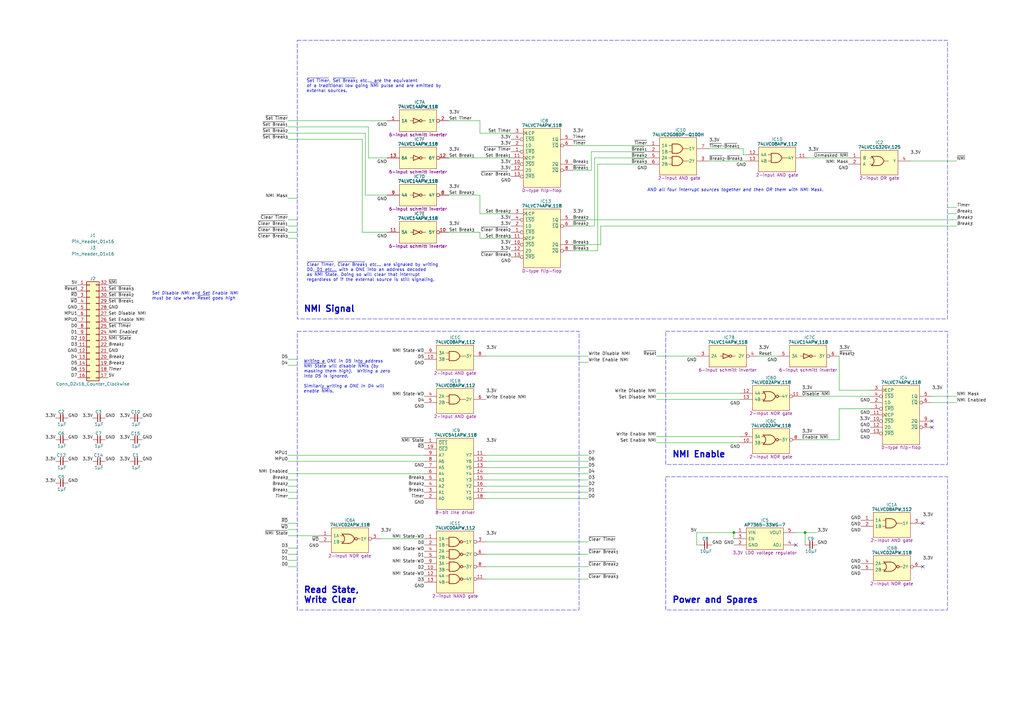
<source format=kicad_sch>
(kicad_sch (version 20230121) (generator eeschema)
  (paper "A3")
  (title_block (title "MPU NMI") (date "2024-02-22") (rev "V1"))
  (lib_symbols
    (symbol "Connector_Generic:Conn_02x16_Counter_Clockwise" (pin_names (offset 1.016) hide)
      (property "Reference" "J" (at 1.27 20.32 0))
      (property "Value" "Conn_02x16_Counter_Clockwise" (at 1.27 -22.86 0))
      (symbol "Conn_02x16_Counter_Clockwise_1_1"
        (pin passive line (at -5.08 17.78 0) (length 3.81) (name "Pin_1") (number "1"))
        (pin passive line (at -5.08 -5.08 0) (length 3.81) (name "Pin_10") (number "10"))
        (pin passive line (at -5.08 -7.62 0) (length 3.81) (name "Pin_11") (number "11"))
        (pin passive line (at -5.08 -10.16 0) (length 3.81) (name "Pin_12") (number "12"))
        (pin passive line (at -5.08 -12.7 0) (length 3.81) (name "Pin_13") (number "13"))
        (pin passive line (at -5.08 -15.24 0) (length 3.81) (name "Pin_14") (number "14"))
        (pin passive line (at -5.08 -17.78 0) (length 3.81) (name "Pin_15") (number "15"))
        (pin passive line (at -5.08 -20.32 0) (length 3.81) (name "Pin_16") (number "16"))
        (pin passive line (at 7.62 -20.32 180) (length 3.81) (name "Pin_17") (number "17"))
        (pin passive line (at 7.62 -17.78 180) (length 3.81) (name "Pin_18") (number "18"))
        (pin passive line (at 7.62 -15.24 180) (length 3.81) (name "Pin_19") (number "19"))
        (pin passive line (at -5.08 15.24 0) (length 3.81) (name "Pin_2") (number "2"))
        (pin passive line (at 7.62 -12.7 180) (length 3.81) (name "Pin_20") (number "20"))
        (pin passive line (at 7.62 -10.16 180) (length 3.81) (name "Pin_21") (number "21"))
        (pin passive line (at 7.62 -7.62 180) (length 3.81) (name "Pin_22") (number "22"))
        (pin passive line (at 7.62 -5.08 180) (length 3.81) (name "Pin_23") (number "23"))
        (pin passive line (at 7.62 -2.54 180) (length 3.81) (name "Pin_24") (number "24"))
        (pin passive line (at 7.62 0 180) (length 3.81) (name "Pin_25") (number "25"))
        (pin passive line (at 7.62 2.54 180) (length 3.81) (name "Pin_26") (number "26"))
        (pin passive line (at 7.62 5.08 180) (length 3.81) (name "Pin_27") (number "27"))
        (pin passive line (at 7.62 7.62 180) (length 3.81) (name "Pin_28") (number "28"))
        (pin passive line (at 7.62 10.16 180) (length 3.81) (name "Pin_29") (number "29"))
        (pin passive line (at -5.08 12.7 0) (length 3.81) (name "Pin_3") (number "3"))
        (pin passive line (at 7.62 12.7 180) (length 3.81) (name "Pin_30") (number "30"))
        (pin passive line (at 7.62 15.24 180) (length 3.81) (name "Pin_31") (number "31"))
        (pin passive line (at 7.62 17.78 180) (length 3.81) (name "Pin_32") (number "32"))
        (pin passive line (at -5.08 10.16 0) (length 3.81) (name "Pin_4") (number "4"))
        (pin passive line (at -5.08 7.62 0) (length 3.81) (name "Pin_5") (number "5"))
        (pin passive line (at -5.08 5.08 0) (length 3.81) (name "Pin_6") (number "6"))
        (pin passive line (at -5.08 2.54 0) (length 3.81) (name "Pin_7") (number "7"))
        (pin passive line (at -5.08 0 0) (length 3.81) (name "Pin_8") (number "8"))
        (pin passive line (at -5.08 -2.54 0) (length 3.81) (name "Pin_9") (number "9"))
      )
    )
    (symbol "Diodes_Inc:AP7365-33WG-7" (pin_names (offset 0.762))
      (property "Reference" "IC" (at 12.7 5.08 0))
      (property "Value" "AP7365-33WG-7" (at 12.7 3.175 0))
      (property "Description" "3.3V LDO voltage regulator" (at 12.7 -8.255 0))
      (symbol "AP7365-33WG-7_0_0"
        (pin passive line (at 0 0 0) (length 5.08) (name "VIN") (number "1"))
        (pin passive line (at 0 -5.08 0) (length 5.08) (name "GND") (number "2"))
        (pin input line (at 0 -2.54 0) (length 5.08) (name "EN") (number "3"))
        (pin passive line (at 25.4 -5.08 180) (length 5.08) (name "ADJ") (number "4"))
        (pin passive line (at 25.4 0 180) (length 5.08) (name "VOUT") (number "5"))
      )
    )
    (symbol "HCP65:C_0805" (pin_numbers hide) (pin_names (offset 0.254) hide)
      (property "Reference" "C" (at 2.286 2.54 0))
      (property "Value" "?μF" (at 2.54 -2.54 0))
      (symbol "C_0805_1_1"
        (pin passive line (at 0 0 0) (length 2.032) (name "~") (number "1"))
        (pin passive line (at 5.08 0 180) (length 2.032) (name "~") (number "2"))
      )
    )
    (symbol "HCP65:Pin_Header_01x16" (pin_names (offset 1.016) hide)
      (property "Reference" "J" (at 0 1.27 0))
      (property "Value" "Pin_Header_01x16" (at 0 -1.27 0))
    )
    (symbol "Nexperia:74LVC00APW,112" (pin_names (offset 0.762))
      (property "Reference" "IC" (at 12.7 6.35 0))
      (property "Value" "74LVC00APW,112" (at 12.7 4.445 0))
      (property "Description" "2-input NAND gate" (at 12.7 -23.495 0))
      (symbol "74LVC00APW,112_0_0"
        (pin input line (at 0 0 0) (length 5.08) (name "1A") (number "1"))
        (pin input line (at 0 -12.7 0) (length 5.08) (name "3B") (number "10"))
        (pin output inverted (at 25.4 -16.51 180) (length 5.08) (name "4Y") (number "11"))
        (pin input line (at 0 -15.24 0) (length 5.08) (name "4A") (number "12"))
        (pin input line (at 0 -17.78 0) (length 5.08) (name "4B") (number "13"))
        (pin passive line (at 25.4 1.27 180) (length 5.08) hide (name "3V") (number "14"))
        (pin input line (at 0 -2.54 0) (length 5.08) (name "1B") (number "2"))
        (pin output inverted (at 25.4 -1.27 180) (length 5.08) (name "1Y") (number "3"))
        (pin input line (at 0 -5.08 0) (length 5.08) (name "2A") (number "4"))
        (pin input line (at 0 -7.62 0) (length 5.08) (name "2B") (number "5"))
        (pin output inverted (at 25.4 -6.35 180) (length 5.08) (name "2Y") (number "6"))
        (pin passive line (at 0 -20.32 0) (length 5.08) hide (name "GND") (number "7"))
        (pin output inverted (at 25.4 -11.43 180) (length 5.08) (name "3Y") (number "8"))
        (pin input line (at 0 -10.16 0) (length 5.08) (name "3A") (number "9"))
      )
    )
    (symbol "Nexperia:74LVC02APW,118_Multi" (pin_names (offset 0.762))
      (property "Reference" "IC" (at 12.7 6.35 0))
      (property "Value" "74LVC02APW,118" (at 12.7 4.445 0))
      (property "Description" "2-Input NOR gate" (at 12.7 -8.255 0))
      (symbol "74LVC02APW,118_Multi_0_0"
        (pin passive line (at 25.4 1.27 180) (length 5.08) hide (name "3V") (number "14"))
        (pin passive line (at 0 -5.08 0) (length 5.08) hide (name "GND") (number "7"))
      )
      (symbol "74LVC02APW,118_Multi_1_0"
        (pin input line (at 0 0 0) (length 5.08) (name "1A") (number "1"))
        (pin input line (at 0 -2.54 0) (length 5.08) (name "1B") (number "2"))
        (pin output inverted (at 25.4 -1.27 180) (length 5.08) (name "1Y") (number "3"))
      )
      (symbol "74LVC02APW,118_Multi_2_0"
        (pin input line (at 0 0 0) (length 5.08) (name "2A") (number "4"))
        (pin input line (at 0 -2.54 0) (length 5.08) (name "2B") (number "5"))
        (pin output inverted (at 25.4 -1.27 180) (length 5.08) (name "2Y") (number "6"))
      )
      (symbol "74LVC02APW,118_Multi_3_0"
        (pin input line (at 0 -2.54 0) (length 5.08) (name "3B") (number "10"))
        (pin output inverted (at 25.4 -1.27 180) (length 5.08) (name "3Y") (number "8"))
        (pin input line (at 0 0 0) (length 5.08) (name "3A") (number "9"))
      )
      (symbol "74LVC02APW,118_Multi_4_0"
        (pin output inverted (at 25.4 -1.27 180) (length 5.08) (name "4Y") (number "11"))
        (pin input line (at 0 0 0) (length 5.08) (name "4A") (number "12"))
        (pin input line (at 0 -2.54 0) (length 5.08) (name "4B") (number "13"))
      )
    )
    (symbol "Nexperia:74LVC08APW,112_Multi" (pin_names (offset 0.762))
      (property "Reference" "IC" (at 12.7 6.35 0))
      (property "Value" "74LVC08APW,112" (at 12.7 4.445 0))
      (property "Description" "2-input AND gate" (at 12.7 -8.255 0))
      (symbol "74LVC08APW,112_Multi_0_0"
        (pin passive line (at 25.4 1.27 180) (length 5.08) hide (name "3V") (number "14"))
        (pin passive line (at 0 -5.08 0) (length 5.08) hide (name "GND") (number "7"))
      )
      (symbol "74LVC08APW,112_Multi_1_0"
        (pin input line (at 0 0 0) (length 5.08) (name "1A") (number "1"))
        (pin input line (at 0 -2.54 0) (length 5.08) (name "1B") (number "2"))
        (pin passive line (at 25.4 -1.27 180) (length 5.08) (name "1Y") (number "3"))
      )
      (symbol "74LVC08APW,112_Multi_2_0"
        (pin input line (at 0 0 0) (length 5.08) (name "2A") (number "4"))
        (pin input line (at 0 -2.54 0) (length 5.08) (name "2B") (number "5"))
        (pin output line (at 25.4 -1.27 180) (length 5.08) (name "2Y") (number "6"))
      )
      (symbol "74LVC08APW,112_Multi_3_0"
        (pin input line (at 0 -2.54 0) (length 5.08) (name "3B") (number "10"))
        (pin output line (at 25.4 -1.27 180) (length 5.08) (name "3Y") (number "8"))
        (pin input line (at 0 0 0) (length 5.08) (name "3A") (number "9"))
      )
      (symbol "74LVC08APW,112_Multi_4_0"
        (pin output line (at 25.4 -1.27 180) (length 5.08) (name "4Y") (number "11"))
        (pin input line (at 0 0 0) (length 5.08) (name "4A") (number "12"))
        (pin input line (at 0 -2.54 0) (length 5.08) (name "4B") (number "13"))
      )
    )
    (symbol "Nexperia:74LVC14APW,118_Multi" (pin_names (offset 0.762))
      (property "Reference" "IC" (at 13.335 7.62 0))
      (property "Value" "74LVC14APW,118" (at 12.7 5.715 0))
      (property "Description" "6-input schmitt inverter" (at 12.7 -5.715 0))
      (symbol "74LVC14APW,118_Multi_0_0"
        (pin passive line (at 25.4 2.54 180) (length 5.08) hide (name "3V") (number "14"))
        (pin passive line (at 0 -2.54 0) (length 5.08) hide (name "GND") (number "7"))
      )
      (symbol "74LVC14APW,118_Multi_1_0"
        (pin input line (at 0 0 0) (length 5.08) (name "1A") (number "1"))
        (pin output inverted (at 25.4 0 180) (length 5.08) (name "1Y") (number "2"))
      )
      (symbol "74LVC14APW,118_Multi_2_0"
        (pin input line (at 0 0 0) (length 5.08) (name "2A") (number "3"))
        (pin output inverted (at 25.4 0 180) (length 5.08) (name "2Y") (number "4"))
      )
      (symbol "74LVC14APW,118_Multi_3_0"
        (pin input line (at 0 0 0) (length 5.08) (name "3A") (number "5"))
        (pin output inverted (at 25.4 0 180) (length 5.08) (name "3Y") (number "6"))
      )
      (symbol "74LVC14APW,118_Multi_4_0"
        (pin output inverted (at 25.4 0 180) (length 5.08) (name "4Y") (number "8"))
        (pin input line (at 0 0 0) (length 5.08) (name "4A") (number "9"))
      )
      (symbol "74LVC14APW,118_Multi_5_0"
        (pin output inverted (at 25.4 0 180) (length 5.08) (name "5Y") (number "10"))
        (pin input line (at 0 0 0) (length 5.08) (name "5A") (number "11"))
      )
      (symbol "74LVC14APW,118_Multi_6_0"
        (pin output inverted (at 25.4 0 180) (length 5.08) (name "6Y") (number "12"))
        (pin input line (at 0 0 0) (length 5.08) (name "6A") (number "13"))
      )
    )
    (symbol "Nexperia:74LVC1G32GV,125" (pin_names (offset 0.762))
      (property "Reference" "IC" (at 12.7 6.35 0))
      (property "Value" "74LVC1G32GV,125" (at 12.7 4.445 0))
      (property "Description" "2-input OR gate" (at 12.7 -8.255 0))
      (symbol "74LVC1G32GV,125_0_0"
        (pin input line (at 0 0 0) (length 5.08) (name "B") (number "1"))
        (pin input line (at 0 -2.54 0) (length 5.08) (name "A") (number "2"))
        (pin passive line (at 0 -5.08 0) (length 5.08) hide (name "GND") (number "3"))
        (pin output line (at 25.4 -1.27 180) (length 5.08) (name "Y") (number "4"))
        (pin passive line (at 25.4 1.27 180) (length 5.08) hide (name "3V") (number "5"))
      )
    )
    (symbol "Nexperia:74LVC2G08DP-Q100H" (pin_names (offset 0.762))
      (property "Reference" "IC" (at 11.43 6.35 0))
      (property "Value" "74LVC2G08DP-Q100H" (at 12.7 4.445 0))
      (property "Description" "2-input AND gate" (at 4.445 -13.335 0))
      (symbol "74LVC2G08DP-Q100H_0_0"
        (pin input line (at 0 0 0) (length 5.08) (name "1A") (number "1"))
        (pin input line (at 0 -2.54 0) (length 5.08) (name "1B") (number "2"))
        (pin output line (at 25.4 -6.35 180) (length 5.08) (name "2Y") (number "3"))
        (pin passive line (at 0 -10.16 0) (length 5.08) hide (name "GND") (number "4"))
        (pin input line (at 0 -5.08 0) (length 5.08) (name "2A") (number "5"))
        (pin input line (at 0 -7.62 0) (length 5.08) (name "2B") (number "6"))
        (pin output line (at 25.4 -1.27 180) (length 5.08) (name "1Y") (number "7"))
        (pin passive line (at 25.4 1.27 180) (length 5.08) hide (name "3V") (number "8"))
      )
    )
    (symbol "Nexperia:74LVC541APW,118" (pin_names (offset 0.762))
      (property "Reference" "IC" (at 11.43 5.08 0))
      (property "Value" "74LVC541APW,118" (at 3.81 3.175 0))
      (property "Description" "8-bit line driver" (at 12.7 -28.575 0))
      (symbol "74LVC541APW,118_0_0"
        (pin input line (at 0 0 0) (length 5.08) (name "~{OE1}") (number "1"))
        (pin passive line (at 0 -25.4 0) (length 5.08) hide (name "GND") (number "10"))
        (pin tri_state line (at 25.4 -5.08 180) (length 5.08) (name "Y7") (number "11"))
        (pin tri_state line (at 25.4 -7.62 180) (length 5.08) (name "Y6") (number "12"))
        (pin tri_state line (at 25.4 -10.16 180) (length 5.08) (name "Y5") (number "13"))
        (pin tri_state line (at 25.4 -12.7 180) (length 5.08) (name "Y4") (number "14"))
        (pin tri_state line (at 25.4 -15.24 180) (length 5.08) (name "Y3") (number "15"))
        (pin tri_state line (at 25.4 -17.78 180) (length 5.08) (name "Y2") (number "16"))
        (pin tri_state line (at 25.4 -20.32 180) (length 5.08) (name "Y1") (number "17"))
        (pin tri_state line (at 25.4 -22.86 180) (length 5.08) (name "Y0") (number "18"))
        (pin input line (at 0 -2.54 0) (length 5.08) (name "~{OE2}") (number "19"))
        (pin input line (at 0 -22.86 0) (length 5.08) (name "A0") (number "2"))
        (pin passive line (at 25.4 0 180) (length 5.08) hide (name "3V") (number "20"))
        (pin input line (at 0 -20.32 0) (length 5.08) (name "A1") (number "3"))
        (pin input line (at 0 -17.78 0) (length 5.08) (name "A2") (number "4"))
        (pin input line (at 0 -15.24 0) (length 5.08) (name "A3") (number "5"))
        (pin input line (at 0 -12.7 0) (length 5.08) (name "A4") (number "6"))
        (pin input line (at 0 -10.16 0) (length 5.08) (name "A5") (number "7"))
        (pin input line (at 0 -7.62 0) (length 5.08) (name "A6") (number "8"))
        (pin input line (at 0 -5.08 0) (length 5.08) (name "A7") (number "9"))
      )
    )
    (symbol "Nexperia:74LVC74APW,118" (pin_names (offset 0.762))
      (property "Reference" "IC" (at 12.065 5.08 0))
      (property "Value" "74LVC74APW,118" (at 12.7 3.175 0))
      (property "Description" "D-type flip-flop" (at 12.7 -23.495 0))
      (symbol "74LVC74APW,118_0_0"
        (pin input inverted (at 0 -7.62 0) (length 5.08) (name "~{1RD}") (number "1"))
        (pin input inverted (at 0 -12.7 0) (length 5.08) (name "~{2SD}") (number "10"))
        (pin input clock (at 0 -10.16 0) (length 5.08) (name "2CP") (number "11"))
        (pin input line (at 0 -15.24 0) (length 5.08) (name "2D") (number "12"))
        (pin input inverted (at 0 -17.78 0) (length 5.08) (name "~{2RD}") (number "13"))
        (pin passive line (at 25.4 0 180) (length 5.08) hide (name "3V") (number "14"))
        (pin input line (at 0 -5.08 0) (length 5.08) (name "1D") (number "2"))
        (pin input clock (at 0 0 0) (length 5.08) (name "1CP") (number "3"))
        (pin input inverted (at 0 -2.54 0) (length 5.08) (name "~{1SD}") (number "4"))
        (pin output line (at 25.4 -2.54 180) (length 5.08) (name "1Q") (number "5"))
        (pin output inverted (at 25.4 -5.08 180) (length 5.08) (name "~{1Q}") (number "6"))
        (pin passive line (at 0 -20.32 0) (length 5.08) hide (name "GND") (number "7"))
        (pin output inverted (at 25.4 -15.24 180) (length 5.08) (name "~{2Q}") (number "8"))
        (pin output line (at 25.4 -12.7 180) (length 5.08) (name "2Q") (number "9"))
      )
    )
  )
  (junction (at 300.99 218.44))
  (junction (at 330.2 218.44))
  (no_connect (at 326.39 223.52))
  (no_connect (at 382.27 175.26))
  (no_connect (at 378.46 232.41))
  (no_connect (at 382.27 172.72))
  (no_connect (at 378.46 214.63))
  (wire (pts (xy 304.8 60.96) (xy 290.83 60.96)))
  (wire (pts (xy 121.92 204.47) (xy 118.11 204.47)))
  (wire (pts (xy 151.13 52.07) (xy 151.13 64.77)))
  (wire (pts (xy 118.11 194.31) (xy 173.99 194.31)))
  (wire (pts (xy 269.24 161.29) (xy 303.53 161.29)))
  (wire (pts (xy 184.15 80.01) (xy 196.85 80.01)))
  (wire (pts (xy 118.11 97.79) (xy 121.92 97.79)))
  (wire (pts (xy 241.3 189.23) (xy 199.39 189.23)))
  (wire (pts (xy 241.3 201.93) (xy 199.39 201.93)))
  (wire (pts (xy 243.84 64.77) (xy 243.84 92.71)))
  (wire (pts (xy 328.93 162.56) (xy 356.87 162.56)))
  (wire (pts (xy 118.11 49.53) (xy 158.75 49.53)))
  (wire (pts (xy 330.2 223.52) (xy 330.2 218.44)))
  (wire (pts (xy 118.11 189.23) (xy 173.99 189.23)))
  (wire (pts (xy 265.43 62.23) (xy 242.57 62.23)))
  (wire (pts (xy 241.3 186.69) (xy 199.39 186.69)))
  (wire (pts (xy 269.24 181.61) (xy 303.53 181.61)))
  (wire (pts (xy 246.38 100.33) (xy 234.95 100.33)))
  (wire (pts (xy 196.85 49.53) (xy 196.85 54.61)))
  (wire (pts (xy 121.92 196.85) (xy 118.11 196.85)))
  (wire (pts (xy 306.07 63.5) (xy 304.8 63.5)))
  (wire (pts (xy 234.95 92.71) (xy 243.84 92.71)))
  (wire (pts (xy 269.24 146.05) (xy 285.75 146.05)))
  (wire (pts (xy 118.11 217.17) (xy 121.92 217.17)))
  (wire (pts (xy 241.3 199.39) (xy 199.39 199.39)))
  (wire (pts (xy 356.87 167.64) (xy 344.17 167.64)))
  (wire (pts (xy 241.3 191.77) (xy 199.39 191.77)))
  (wire (pts (xy 118.11 224.79) (xy 121.92 224.79)))
  (wire (pts (xy 234.95 59.69) (xy 265.43 59.69)))
  (wire (pts (xy 241.3 196.85) (xy 199.39 196.85)))
  (wire (pts (xy 388.62 87.63) (xy 392.43 87.63)))
  (wire (pts (xy 196.85 54.61) (xy 209.55 54.61)))
  (wire (pts (xy 121.92 201.93) (xy 118.11 201.93)))
  (wire (pts (xy 285.75 218.44) (xy 300.99 218.44)))
  (wire (pts (xy 184.15 95.25) (xy 196.85 95.25)))
  (wire (pts (xy 118.11 90.17) (xy 121.92 90.17)))
  (wire (pts (xy 234.95 90.17) (xy 392.43 90.17)))
  (wire (pts (xy 184.15 49.53) (xy 196.85 49.53)))
  (wire (pts (xy 196.85 97.79) (xy 209.55 97.79)))
  (wire (pts (xy 344.17 160.02) (xy 344.17 146.05)))
  (wire (pts (xy 392.43 66.04) (xy 373.38 66.04)))
  (wire (pts (xy 356.87 160.02) (xy 344.17 160.02)))
  (wire (pts (xy 300.99 218.44) (xy 300.99 220.98)))
  (wire (pts (xy 121.92 199.39) (xy 118.11 199.39)))
  (wire (pts (xy 118.11 81.28) (xy 121.92 81.28)))
  (wire (pts (xy 151.13 64.77) (xy 158.75 64.77)))
  (wire (pts (xy 199.39 232.41) (xy 241.3 232.41)))
  (wire (pts (xy 118.11 214.63) (xy 121.92 214.63)))
  (wire (pts (xy 392.43 162.56) (xy 382.27 162.56)))
  (wire (pts (xy 118.11 149.86) (xy 121.92 149.86)))
  (wire (pts (xy 265.43 67.31) (xy 245.11 67.31)))
  (wire (pts (xy 242.57 62.23) (xy 242.57 69.85)))
  (wire (pts (xy 388.62 85.09) (xy 392.43 85.09)))
  (wire (pts (xy 304.8 63.5) (xy 304.8 60.96)))
  (wire (pts (xy 199.39 227.33) (xy 241.3 227.33)))
  (wire (pts (xy 246.38 92.71) (xy 392.43 92.71)))
  (wire (pts (xy 148.59 57.15) (xy 148.59 95.25)))
  (wire (pts (xy 290.83 66.04) (xy 306.07 66.04)))
  (wire (pts (xy 241.3 204.47) (xy 199.39 204.47)))
  (wire (pts (xy 326.39 218.44) (xy 330.2 218.44)))
  (wire (pts (xy 118.11 229.87) (xy 121.92 229.87)))
  (wire (pts (xy 241.3 194.31) (xy 199.39 194.31)))
  (wire (pts (xy 344.17 180.34) (xy 328.93 180.34)))
  (wire (pts (xy 196.85 80.01) (xy 196.85 87.63)))
  (wire (pts (xy 246.38 92.71) (xy 246.38 100.33)))
  (wire (pts (xy 199.39 222.25) (xy 241.3 222.25)))
  (wire (pts (xy 118.11 52.07) (xy 151.13 52.07)))
  (wire (pts (xy 118.11 147.32) (xy 121.92 147.32)))
  (wire (pts (xy 156.21 220.98) (xy 173.99 220.98)))
  (wire (pts (xy 196.85 95.25) (xy 196.85 97.79)))
  (wire (pts (xy 311.15 146.05) (xy 318.77 146.05)))
  (wire (pts (xy 118.11 95.25) (xy 121.92 95.25)))
  (wire (pts (xy 265.43 64.77) (xy 243.84 64.77)))
  (wire (pts (xy 184.15 64.77) (xy 209.55 64.77)))
  (wire (pts (xy 148.59 95.25) (xy 158.75 95.25)))
  (wire (pts (xy 392.43 165.1) (xy 382.27 165.1)))
  (wire (pts (xy 344.17 167.64) (xy 344.17 180.34)))
  (wire (pts (xy 245.11 102.87) (xy 234.95 102.87)))
  (wire (pts (xy 285.75 218.44) (xy 285.75 223.52)))
  (wire (pts (xy 118.11 232.41) (xy 121.92 232.41)))
  (wire (pts (xy 241.3 146.05) (xy 199.39 146.05)))
  (wire (pts (xy 269.24 163.83) (xy 303.53 163.83)))
  (wire (pts (xy 234.95 69.85) (xy 242.57 69.85)))
  (wire (pts (xy 149.86 80.01) (xy 158.75 80.01)))
  (wire (pts (xy 118.11 186.69) (xy 173.99 186.69)))
  (wire (pts (xy 118.11 219.71) (xy 130.81 219.71)))
  (wire (pts (xy 118.11 54.61) (xy 149.86 54.61)))
  (wire (pts (xy 237.49 148.59) (xy 241.3 148.59)))
  (wire (pts (xy 196.85 87.63) (xy 209.55 87.63)))
  (wire (pts (xy 118.11 227.33) (xy 121.92 227.33)))
  (wire (pts (xy 285.75 223.52) (xy 287.02 223.52)))
  (wire (pts (xy 330.2 218.44) (xy 335.28 218.44)))
  (wire (pts (xy 331.47 64.77) (xy 347.98 64.77)))
  (wire (pts (xy 149.86 54.61) (xy 149.86 80.01)))
  (wire (pts (xy 118.11 92.71) (xy 121.92 92.71)))
  (wire (pts (xy 118.11 57.15) (xy 148.59 57.15)))
  (wire (pts (xy 269.24 179.07) (xy 303.53 179.07)))
  (wire (pts (xy 245.11 67.31) (xy 245.11 102.87)))
  (wire (pts (xy 199.39 237.49) (xy 241.3 237.49)))
  (rectangle (start 273.05 135.89) (end 388.62 190.5) (stroke (width 0) (type dash)))
  (rectangle (start 273.05 195.58) (end 388.62 250.19) (stroke (width 0) (type dash)))
  (rectangle (start 121.92 135.89) (end 237.49 250.19) (stroke (width 0) (type dash)))
  (rectangle (start 121.92 16.51) (end 388.62 130.81) (stroke (width 0) (type dash)))
  (text "AND all four interrupt sources together and then OR them with NMI Mask." (at 265.43 78.74 0) (effects (font (size 1.27 1.27) italic) (justify left bottom)))
  (text "NMI Enable" (at 275.59 187.96 0) (effects (font (size 2.54 2.54) (thickness 0.508) bold) (justify left bottom)))
  (text "Set Disable NMI and Set Enable NMI \nmust be low when ~{Reset} goes high" (at 62.23 123.19 0) (effects (font (size 1.27 1.27) italic) (justify left bottom)))
  (text "Read State,\nWrite Clear" (at 124.46 247.65 0) (effects (font (size 2.54 2.54) (thickness 0.508) bold) (justify left bottom)))
  (text "Writing a ONE in D5 into address\n~{NMI State} will disable ~{NMI}s (by\nmasking them high).  Writing a zero\ninto D5 is ignored.\n\nSimilarly writing a ONE in D4 will\nenable ~{NMI}s." (at 124.46 161.29 0) (effects (font (size 1.27 1.27) italic) (justify left bottom)))
  (text "NMI Signal" (at 124.46 128.27 0) (effects (font (size 2.54 2.54) (thickness 0.508) bold) (justify left bottom)))
  (text "Power and Spares" (at 275.59 247.65 0) (effects (font (size 2.54 2.54) (thickness 0.508) bold) (justify left bottom)))
  (text "~{Set Timer}, ~{Set Break}_{1} etc... are the equivalent\nof a traditional low going ~{NMI} pulse and are emitted by\nexternal sources." (at 125.73 38.1 0) (effects (font (size 1.27 1.27)) (justify left bottom)))
  (text "~{Clear Timer}, ~{Clear Break}_{1} etc... are signaled by writing \nD0, D1 etc... with a ONE into an address decoded \nas ~{NMI State}. Doing so will clear that interrupt\nregardless of if the external source is still signaling." (at 125.73 115.57 0) (effects (font (size 1.27 1.27)) (justify left bottom)))
  (label "GND" (at 306.07 68.58 180))
  (label "D4" (at 241.3 194.31 0))
  (label "D3" (at 31.75 142.24 180))
  (label "Break_{1}" (at 234.95 67.31 0))
  (label "~{Set Break}_{2}" (at 44.45 121.92 0))
  (label "NMI State·WD" (at 173.99 162.56 180))
  (label "MPU0" (at 31.75 132.08 180))
  (label "GND" (at 173.99 149.86 180))
  (label "GND" (at 209.55 107.95 180))
  (label "D5" (at 118.11 147.32 180))
  (label "D2" (at 173.99 233.68 180))
  (label "GND" (at 158.75 67.31 180))
  (label "~{Timer}" (at 234.95 59.69 0))
  (label "3.3V" (at 328.93 160.02 0))
  (label "Break_{2}" (at 234.95 90.17 0))
  (label "D0" (at 241.3 204.47 0))
  (label "3.3V" (at 378.46 229.87 0))
  (label "GND" (at 43.18 171.45 0))
  (label "Break_{3}" (at 173.99 196.85 180))
  (label "~{Clear Break}_{3}" (at 118.11 97.79 180))
  (label "GND" (at 58.42 180.34 0))
  (label "~{Break}_{2}" (at 234.95 92.71 0))
  (label "Timer" (at 173.99 204.47 180))
  (label "3.3V" (at 184.15 46.99 0))
  (label "GND" (at 353.06 218.44 180))
  (label "~{Set Break}_{2}" (at 118.11 54.61 180))
  (label "Timer" (at 118.11 204.47 180) (effects (font italic)))
  (label "~{Set Break}_{1}" (at 44.45 124.46 0))
  (label "Set Break_{2}" (at 209.55 87.63 180))
  (label "3.3V" (at 331.47 62.23 0))
  (label "GND" (at 43.18 180.34 0))
  (label "~{Reset}_{2}" (at 344.17 146.05 0))
  (label "GND" (at 335.28 223.52 0))
  (label "~{RD}" (at 31.75 121.92 180))
  (label "NMI Mask" (at 118.11 81.28 180))
  (label "~{Clear Break}_{1}" (at 209.55 72.39 180))
  (label "D0" (at 31.75 134.62 180))
  (label "GND" (at 356.87 170.18 180))
  (label "3.3V" (at 38.1 189.23 180))
  (label "~{Break}_{1}" (at 265.43 62.23 180))
  (label "3.3V" (at 209.55 92.71 180))
  (label "~{Reset}" (at 269.24 146.05 180))
  (label "GND" (at 318.77 148.59 180))
  (label "3.3V" (at 209.55 69.85 180))
  (label "NMI Mask" (at 347.98 67.31 180))
  (label "3.3V" (at 209.55 90.17 180))
  (label "3.3V" (at 53.34 171.45 180))
  (label "~{Clear Timer}" (at 241.3 222.25 0))
  (label "Timer" (at 234.95 57.15 0))
  (label "Set Enable NMI" (at 44.45 132.08 0))
  (label "GND" (at 356.87 175.26 180))
  (label "3.3V" (at 184.15 62.23 0))
  (label "~{NMI State}" (at 44.45 139.7 0))
  (label "NMI State·WD" (at 173.99 236.22 180))
  (label "GND" (at 43.18 189.23 0))
  (label "Set Break_{3}" (at 209.55 97.79 180))
  (label "NMI Enabled" (at 392.43 165.1 0))
  (label "~{Clear Break}_{1}" (at 118.11 92.71 180))
  (label "Break_{2}" (at 392.43 90.17 0) (effects (font italic)))
  (label "GND" (at 130.81 224.79 180))
  (label "D5" (at 31.75 149.86 180))
  (label "~{Clear Timer}" (at 118.11 90.17 180))
  (label "GND" (at 292.1 223.52 0))
  (label "D3" (at 173.99 238.76 180))
  (label "5V" (at 285.75 218.44 180))
  (label "D6" (at 31.75 152.4 180))
  (label "Timer" (at 392.43 85.09 0) (effects (font italic)))
  (label "GND" (at 27.94 180.34 0))
  (label "D2" (at 241.3 199.39 0))
  (label "3.3V" (at 184.15 77.47 0))
  (label "Write Enable NMI" (at 199.39 163.83 0))
  (label "3.3V" (at 53.34 180.34 180))
  (label "3.3V" (at 209.55 67.31 180))
  (label "Break_{3}" (at 392.43 92.71 0) (effects (font italic)))
  (label "GND" (at 58.42 171.45 0))
  (label "3.3V" (at 199.39 143.51 0))
  (label "3.3V" (at 22.86 198.12 180))
  (label "3.3V" (at 311.15 143.51 0))
  (label "~{WD}" (at 31.75 124.46 180))
  (label "GND" (at 173.99 167.64 180))
  (label "3.3V" (at 373.38 63.5 0))
  (label "GND" (at 356.87 180.34 180))
  (label "GND" (at 173.99 241.3 180))
  (label "Write Disable NMI" (at 241.3 146.05 0))
  (label "GND" (at 300.99 223.52 180))
  (label "Write Disable NMI" (at 269.24 161.29 180))
  (label "3.3V" (at 378.46 212.09 0))
  (label "~{Enable NMI}" (at 328.93 180.34 0))
  (label "~{WD}" (at 118.11 217.17 180))
  (label "~{Unmasked NMI}" (at 347.98 64.77 180))
  (label "GND" (at 173.99 191.77 180))
  (label "3.3V" (at 344.17 143.51 0))
  (label "~{Set Timer}" (at 44.45 134.62 0))
  (label "GND" (at 44.45 144.78 0))
  (label "NMI Enabled" (at 118.11 194.31 180))
  (label "~{NMI}" (at 44.45 116.84 0))
  (label "3.3V" (at 290.83 58.42 0))
  (label "D3" (at 241.3 196.85 0))
  (label "5V" (at 31.75 116.84 180))
  (label "~{Break}_{1}" (at 234.95 69.85 0))
  (label "~{Clear Break}_{3}" (at 209.55 105.41 180))
  (label "MPU0" (at 118.11 189.23 180))
  (label "NMI State·WD" (at 173.99 231.14 180))
  (label "~{RD}" (at 173.99 184.15 180))
  (label "Set Enable NMI" (at 269.24 181.61 180))
  (label "Break_{2}" (at 173.99 199.39 180))
  (label "~{Timer}" (at 265.43 59.69 180))
  (label "3.3V" (at 382.27 160.02 0))
  (label "~{Reset}" (at 31.75 119.38 180))
  (label "Set Break_{2}" (at 184.15 80.01 0))
  (label "~{NMI State}" (at 118.11 219.71 180))
  (label "3.3V" (at 234.95 87.63 0))
  (label "Break_{3}" (at 118.11 196.85 180) (effects (font italic)))
  (label "GND" (at 44.45 127 0))
  (label "D2" (at 118.11 227.33 180))
  (label "Timer" (at 44.45 152.4 0) (effects (font italic)))
  (label "D7" (at 31.75 154.94 180))
  (label "~{Set Break}_{3}" (at 44.45 119.38 0))
  (label "GND" (at 353.06 231.14 180))
  (label "3.3V" (at 199.39 219.71 0))
  (label "~{Set Break}_{1}" (at 118.11 52.07 180))
  (label "~{NMI}" (at 392.43 66.04 0))
  (label "NMI State·WD" (at 173.99 144.78 180))
  (label "NMI Mask" (at 392.43 162.56 0))
  (label "D6" (at 241.3 189.23 0))
  (label "Break_{3}" (at 234.95 100.33 0))
  (label "Set Timer" (at 209.55 54.61 180))
  (label "~{Clear Break}_{1}" (at 241.3 227.33 0))
  (label "3.3V" (at 22.86 180.34 180))
  (label "3.3V" (at 156.21 218.44 0))
  (label "Set Timer" (at 184.15 49.53 0))
  (label "3.3V" (at 22.86 189.23 180))
  (label "GND" (at 356.87 177.8 180))
  (label "GND" (at 353.06 236.22 180))
  (label "~{Clear Break}_{2}" (at 241.3 232.41 0))
  (label "~{Break}_{2}" (at 265.43 64.77 180))
  (label "D0" (at 173.99 223.52 180))
  (label "Set Disable NMI" (at 44.45 129.54 0))
  (label "D4" (at 31.75 147.32 180))
  (label "Set Break_{1}" (at 184.15 64.77 0))
  (label "GND" (at 303.53 184.15 180))
  (label "D5" (at 241.3 191.77 0))
  (label "3.3V" (at 328.93 177.8 0))
  (label "Break_{2}" (at 44.45 147.32 0) (effects (font italic)))
  (label "GND" (at 209.55 74.93 180))
  (label "3.3V" (at 209.55 102.87 180))
  (label "Set Break_{1}" (at 209.55 64.77 180))
  (label "D4" (at 118.11 149.86 180))
  (label "GND" (at 31.75 144.78 180))
  (label "3.3V" (at 38.1 171.45 180))
  (label "D4" (at 173.99 165.1 180))
  (label "GND" (at 27.94 189.23 0))
  (label "MPU1" (at 31.75 129.54 180))
  (label "3.3V" (at 22.86 171.45 180))
  (label "~{Break}_{2}·~{Break}_{3}" (at 290.83 66.04 0))
  (label "GND" (at 265.43 69.85 180))
  (label "~{Clear Break}_{3}" (at 241.3 237.49 0))
  (label "~{Set Break}_{3}" (at 118.11 57.15 180))
  (label "GND" (at 353.06 233.68 180))
  (label "Reset" (at 311.15 146.05 0))
  (label "GND" (at 58.42 189.23 0))
  (label "GND" (at 158.75 52.07 180))
  (label "3.3V" (at 335.28 218.44 0))
  (label "D1" (at 31.75 137.16 180))
  (label "GND" (at 347.98 69.85 180))
  (label "Write Enable NMI" (at 269.24 179.07 180))
  (label "~{Set Timer}" (at 118.11 49.53 180))
  (label "GND" (at 303.53 166.37 180))
  (label "GND" (at 173.99 207.01 180))
  (label "Break_{2}" (at 118.11 199.39 180) (effects (font italic)))
  (label "5V" (at 44.45 154.94 0))
  (label "D2" (at 31.75 139.7 180))
  (label "GND" (at 27.94 171.45 0))
  (label "MPU1" (at 118.11 186.69 180))
  (label "Set Disable NMI" (at 269.24 163.83 180))
  (label "~{Break}_{3}" (at 234.95 102.87 0))
  (label "Break_{1}" (at 118.11 201.93 180) (effects (font italic)))
  (label "D7" (at 241.3 186.69 0))
  (label "D1" (at 173.99 228.6 180))
  (label "Set Break_{3}" (at 184.15 95.25 0))
  (label "~{Break}_{3}" (at 265.43 67.31 180))
  (label "~{Clear Break}_{2}" (at 118.11 95.25 180))
  (label "D0" (at 118.11 232.41 180))
  (label "~{Timer}·~{Break}_{1}" (at 290.83 60.96 0))
  (label "3.3V" (at 53.34 189.23 180))
  (label "Break_{1}" (at 44.45 142.24 0) (effects (font italic)))
  (label "GND" (at 353.06 213.36 180))
  (label "3.3V" (at 199.39 161.29 0))
  (label "D3" (at 118.11 224.79 180))
  (label "3.3V" (at 209.55 57.15 180))
  (label "3.3V" (at 234.95 54.61 0))
  (label "NMI State·WD" (at 173.99 220.98 180))
  (label "3.3V" (at 209.55 100.33 180))
  (label "3.3V" (at 38.1 180.34 180))
  (label "D1" (at 118.11 229.87 180))
  (label "3.3V" (at 356.87 172.72 180))
  (label "D1" (at 241.3 201.93 0))
  (label "GND" (at 356.87 165.1 180))
  (label "Break_{1}" (at 392.43 87.63 0) (effects (font italic)))
  (label "NMI State·WD" (at 173.99 226.06 180))
  (label "GND" (at 285.75 148.59 180))
  (label "~{WD}" (at 130.81 222.25 180))
  (label "Write Enable NMI" (at 241.3 148.59 0))
  (label "GND" (at 158.75 82.55 180))
  (label "~{NMI State}" (at 173.99 181.61 180))
  (label "GND" (at 27.94 198.12 0))
  (label "~{Disable NMI}" (at 328.93 162.56 0))
  (label "NMI Enabled" (at 44.45 137.16 0) (effects (font italic)))
  (label "3.3V" (at 209.55 59.69 180))
  (label "D5" (at 173.99 147.32 180))
  (label "GND" (at 31.75 127 180))
  (label "Break_{3}" (at 44.45 149.86 0) (effects (font italic)))
  (label "~{Clear Break}_{2}" (at 209.55 95.25 180))
  (label "3.3V" (at 184.15 92.71 0))
  (label "3.3V" (at 199.39 181.61 0))
  (label "~{RD}" (at 118.11 214.63 180))
  (label "Break_{1}" (at 173.99 201.93 180))
  (label "GND" (at 158.75 97.79 180))
  (label "GND" (at 353.06 215.9 180))
  (label "~{Clear Timer}" (at 209.55 62.23 180))
  (symbol (lib_id "HCP65:C_0805") (at 38.1 180.34 0) (unit 1)
    (property "Reference" "C7" (at 40.386 177.8 0))
    (property "Value" "1μF" (at 40.64 182.88 0))
    (property "Footprint" "SamacSys_Parts:C_0805" (effects hide))
  )
  (symbol (lib_id "Nexperia:74LVC02APW,118_Multi") (at 303.53 161.29 0) (unit 4)
    (property "Reference" "IC6" (at 316.23 154.94 0))
    (property "Value" "74LVC02APW,118" (at 316.23 156.845 0) (effects (font bold)))
    (property "Footprint" "SOP65P640X110-14N" (effects hide))
    (property "Datasheet" "https://assets.nexperia.com/documents/data-sheet/74LVC02A.pdf" (effects hide))
    (property "Description" "2-Input NOR gate" (at 316.23 169.545 0))
    (property "Height" "1.1" (effects hide))
    (property "Mouser Part Number" "771-74LVC02APW-T" (effects hide))
    (property "Mouser Price/Stock" "https://www.mouser.co.uk/ProductDetail/Nexperia/74LVC02APW118?qs=me8TqzrmIYX6VnwIC2vA2w%3D%3D" (effects hide))
    (property "Manufacturer_Name" "Nexperia" (effects hide))
    (property "Manufacturer_Part_Number" "74LVC02APW,118" (effects hide))
    (property "Silkscreen" "74LVC02" (effects hide))
  )
  (symbol (lib_id "Nexperia:74LVC74APW,118") (at 209.55 54.61 0) (unit 1)
    (property "Reference" "IC8" (at 221.615 49.53 0) (effects (justify left)))
    (property "Value" "74LVC74APW,118" (at 222.25 51.435 0) (effects (font bold)))
    (property "Footprint" "SOP65P640X110-14N" (effects hide))
    (property "Datasheet" "https://assets.nexperia.com/documents/data-sheet/74LVC74A.pdf" (effects hide))
    (property "Description" "D-type flip-flop" (at 222.25 78.105 0))
    (property "Height" "1.1" (effects hide))
    (property "Mouser Part Number" "771-74LVC74APW-T" (effects hide))
    (property "Mouser Price/Stock" "https://www.mouser.co.uk/ProductDetail/Nexperia/74LVC74APW118?qs=me8TqzrmIYVtXwVfet0lzw%3D%3D" (effects hide))
    (property "Manufacturer_Name" "Nexperia" (effects hide))
    (property "Manufacturer_Part_Number" "74LVC74APW,118" (effects hide))
    (property "Silkscreen" "74LVC74" (effects hide))
  )
  (symbol (lib_id "Nexperia:74LVC08APW,112_Multi") (at 173.99 144.78 0) (unit 3)
    (property "Reference" "IC1" (at 186.69 138.43 0))
    (property "Value" "74LVC08APW,112" (at 186.69 140.335 0) (effects (font bold)))
    (property "Footprint" "SOP65P640X110-14N" (effects hide))
    (property "Datasheet" "https://assets.nexperia.com/documents/data-sheet/74LVC08A.pdf" (effects hide))
    (property "Description" "2-input AND gate" (at 186.69 153.035 0))
    (property "Height" "1.1" (effects hide))
    (property "Manufacturer_Name" "Nexperia" (effects hide))
    (property "Manufacturer_Part_Number" "74LVC08APW,112" (effects hide))
    (property "Mouser Part Number" "771-74LVC08APW" (effects hide))
    (property "Mouser Price/Stock" "https://www.mouser.com/Search/Refine.aspx?Keyword=771-74LVC08APW" (effects hide))
    (property "Silkscreen" "74LVC08" (effects hide))
  )
  (symbol (lib_id "HCP65:Pin_Header_01x16") (at 38.1 102.87 0) (unit 1)
    (property "Reference" "J3" (at 38.1 101.6 0))
    (property "Value" "Pin_Header_01x16" (at 38.1 104.14 0))
    (property "Footprint" "SamacSys_Parts:PinHeader_1x16_P2.54mm_Vertical" (effects hide))
  )
  (symbol (lib_id "Nexperia:74LVC08APW,112_Multi") (at 306.07 63.5 0) (unit 4)
    (property "Reference" "IC1" (at 318.77 57.15 0))
    (property "Value" "74LVC08APW,112" (at 318.77 59.055 0) (effects (font bold)))
    (property "Footprint" "SOP65P640X110-14N" (effects hide))
    (property "Datasheet" "https://assets.nexperia.com/documents/data-sheet/74LVC08A.pdf" (effects hide))
    (property "Description" "2-input AND gate" (at 318.77 71.755 0))
    (property "Height" "1.1" (effects hide))
    (property "Manufacturer_Name" "Nexperia" (effects hide))
    (property "Manufacturer_Part_Number" "74LVC08APW,112" (effects hide))
    (property "Mouser Part Number" "771-74LVC08APW" (effects hide))
    (property "Mouser Price/Stock" "https://www.mouser.com/Search/Refine.aspx?Keyword=771-74LVC08APW" (effects hide))
    (property "Silkscreen" "74LVC08" (effects hide))
  )
  (symbol (lib_id "Nexperia:74LVC02APW,118_Multi") (at 353.06 231.14 0) (unit 2)
    (property "Reference" "IC6" (at 365.76 224.79 0))
    (property "Value" "74LVC02APW,118" (at 365.76 226.695 0) (effects (font bold)))
    (property "Footprint" "SOP65P640X110-14N" (effects hide))
    (property "Datasheet" "https://assets.nexperia.com/documents/data-sheet/74LVC02A.pdf" (effects hide))
    (property "Description" "2-Input NOR gate" (at 365.76 239.395 0))
    (property "Height" "1.1" (effects hide))
    (property "Mouser Part Number" "771-74LVC02APW-T" (effects hide))
    (property "Mouser Price/Stock" "https://www.mouser.co.uk/ProductDetail/Nexperia/74LVC02APW118?qs=me8TqzrmIYX6VnwIC2vA2w%3D%3D" (effects hide))
    (property "Manufacturer_Name" "Nexperia" (effects hide))
    (property "Manufacturer_Part_Number" "74LVC02APW,118" (effects hide))
    (property "Silkscreen" "74LVC02" (effects hide))
  )
  (symbol (lib_id "Nexperia:74LVC14APW,118_Multi") (at 158.75 64.77 0) (unit 6)
    (property "Reference" "IC7" (at 172.085 57.15 0))
    (property "Value" "74LVC14APW,118" (at 171.45 59.055 0) (effects (font bold)))
    (property "Footprint" "SOP65P640X110-14N" (effects hide))
    (property "Datasheet" "https://assets.nexperia.com/documents/data-sheet/74LVC14A.pdf" (effects hide))
    (property "Description" "6-input schmitt inverter" (at 171.45 70.485 0))
    (property "Height" "1.1" (effects hide))
    (property "Manufacturer_Name" "Nexperia" (effects hide))
    (property "Manufacturer_Part_Number" "74LVC14APW,118" (effects hide))
    (property "Mouser Part Number" "771-74LVC14APW-T" (effects hide))
    (property "Mouser Price/Stock" "https://www.mouser.co.uk/ProductDetail/Nexperia/74LVC14APW118?qs=me8TqzrmIYUSyqWqvgpEbA%3D%3D" (effects hide))
    (property "Silkscreen" "74LVC14" (effects hide))
  )
  (symbol (lib_id "HCP65:C_0805") (at 22.86 171.45 0) (unit 1)
    (property "Reference" "C2" (at 25.146 168.91 0))
    (property "Value" "1μF" (at 25.4 173.99 0))
    (property "Footprint" "SamacSys_Parts:C_0805" (effects hide))
  )
  (symbol (lib_id "Nexperia:74LVC08APW,112_Multi") (at 173.99 162.56 0) (unit 2)
    (property "Reference" "IC1" (at 186.69 156.21 0))
    (property "Value" "74LVC08APW,112" (at 186.69 158.115 0) (effects (font bold)))
    (property "Footprint" "SOP65P640X110-14N" (effects hide))
    (property "Datasheet" "https://assets.nexperia.com/documents/data-sheet/74LVC08A.pdf" (effects hide))
    (property "Description" "2-input AND gate" (at 186.69 170.815 0))
    (property "Height" "1.1" (effects hide))
    (property "Manufacturer_Name" "Nexperia" (effects hide))
    (property "Manufacturer_Part_Number" "74LVC08APW,112" (effects hide))
    (property "Mouser Part Number" "771-74LVC08APW" (effects hide))
    (property "Mouser Price/Stock" "https://www.mouser.com/Search/Refine.aspx?Keyword=771-74LVC08APW" (effects hide))
    (property "Silkscreen" "74LVC08" (effects hide))
  )
  (symbol (lib_id "Nexperia:74LVC14APW,118_Multi") (at 158.75 80.01 0) (unit 4)
    (property "Reference" "IC7" (at 172.085 72.39 0))
    (property "Value" "74LVC14APW,118" (at 171.45 74.295 0) (effects (font bold)))
    (property "Footprint" "SOP65P640X110-14N" (effects hide))
    (property "Datasheet" "https://assets.nexperia.com/documents/data-sheet/74LVC14A.pdf" (effects hide))
    (property "Description" "6-input schmitt inverter" (at 171.45 85.725 0))
    (property "Height" "1.1" (effects hide))
    (property "Manufacturer_Name" "Nexperia" (effects hide))
    (property "Manufacturer_Part_Number" "74LVC14APW,118" (effects hide))
    (property "Mouser Part Number" "771-74LVC14APW-T" (effects hide))
    (property "Mouser Price/Stock" "https://www.mouser.co.uk/ProductDetail/Nexperia/74LVC14APW118?qs=me8TqzrmIYUSyqWqvgpEbA%3D%3D" (effects hide))
    (property "Silkscreen" "74LVC14" (effects hide))
  )
  (symbol (lib_id "Nexperia:74LVC2G08DP-Q100H") (at 265.43 59.69 0) (unit 1)
    (property "Reference" "IC10" (at 276.86 53.34 0) (effects (justify left)))
    (property "Value" "74LVC2G08DP-Q100H" (at 278.13 55.245 0) (effects (font bold)))
    (property "Footprint" "SOP65P400X110-8N" (effects hide))
    (property "Datasheet" "https://assets.nexperia.com/documents/data-sheet/74LVC2G08_Q100.pdf" (effects hide))
    (property "Description" "2-input AND gate" (at 269.875 73.025 0) (effects (justify left)))
    (property "Height" "1.1" (effects hide))
    (property "Manufacturer_Name" "Nexperia" (effects hide))
    (property "Manufacturer_Part_Number" "74LVC2G08DP-Q100H" (effects hide))
    (property "Mouser Part Number" "771-74LVC2G08DPQ100H" (effects hide))
    (property "Mouser Price/Stock" "https://www.mouser.co.uk/ProductDetail/Nexperia/74LVC2G08DP-Q100H?qs=fi7yB2oewZnJ07IC2YGuEQ%3D%3D" (effects hide))
    (property "Silkscreen" "'2G08" (effects hide))
  )
  (symbol (lib_id "Nexperia:74LVC14APW,118_Multi") (at 158.75 49.53 0) (unit 1)
    (property "Reference" "IC7" (at 172.085 41.91 0))
    (property "Value" "74LVC14APW,118" (at 171.45 43.815 0) (effects (font bold)))
    (property "Footprint" "SOP65P640X110-14N" (effects hide))
    (property "Datasheet" "https://assets.nexperia.com/documents/data-sheet/74LVC14A.pdf" (effects hide))
    (property "Description" "6-input schmitt inverter" (at 171.45 55.245 0))
    (property "Height" "1.1" (effects hide))
    (property "Manufacturer_Name" "Nexperia" (effects hide))
    (property "Manufacturer_Part_Number" "74LVC14APW,118" (effects hide))
    (property "Mouser Part Number" "771-74LVC14APW-T" (effects hide))
    (property "Mouser Price/Stock" "https://www.mouser.co.uk/ProductDetail/Nexperia/74LVC14APW118?qs=me8TqzrmIYUSyqWqvgpEbA%3D%3D" (effects hide))
    (property "Silkscreen" "74LVC14" (effects hide))
  )
  (symbol (lib_id "Nexperia:74LVC14APW,118_Multi") (at 158.75 95.25 0) (unit 5)
    (property "Reference" "IC7" (at 172.085 87.63 0))
    (property "Value" "74LVC14APW,118" (at 171.45 89.535 0) (effects (font bold)))
    (property "Footprint" "SOP65P640X110-14N" (effects hide))
    (property "Datasheet" "https://assets.nexperia.com/documents/data-sheet/74LVC14A.pdf" (effects hide))
    (property "Description" "6-input schmitt inverter" (at 171.45 100.965 0))
    (property "Height" "1.1" (effects hide))
    (property "Manufacturer_Name" "Nexperia" (effects hide))
    (property "Manufacturer_Part_Number" "74LVC14APW,118" (effects hide))
    (property "Mouser Part Number" "771-74LVC14APW-T" (effects hide))
    (property "Mouser Price/Stock" "https://www.mouser.co.uk/ProductDetail/Nexperia/74LVC14APW118?qs=me8TqzrmIYUSyqWqvgpEbA%3D%3D" (effects hide))
    (property "Silkscreen" "74LVC14" (effects hide))
  )
  (symbol (lib_id "Nexperia:74LVC1G32GV,125") (at 347.98 64.77 0) (unit 1)
    (property "Reference" "IC2" (at 360.68 58.42 0))
    (property "Value" "74LVC1G32GV,125" (at 360.68 60.325 0) (effects (font bold)))
    (property "Footprint" "SOT95P275X110-5N" (effects hide))
    (property "Datasheet" "https://assets.nexperia.com/documents/data-sheet/74LVC1G32.pdf" (effects hide))
    (property "Description" "2-input OR gate" (at 360.68 73.025 0))
    (property "Height" "1.1" (effects hide))
    (property "Manufacturer_Name" "Nexperia" (effects hide))
    (property "Manufacturer_Part_Number" "74LVC1G32GV,125" (effects hide))
    (property "Mouser Part Number" "771-LVC1G32GV125" (effects hide))
    (property "Mouser Price/Stock" "https://www.mouser.co.uk/ProductDetail/Nexperia/74LVC1G32GV125?qs=me8TqzrmIYXExQH4V9SARg%3D%3D" (effects hide))
    (property "Silkscreen" "'1G32" (effects hide))
  )
  (symbol (lib_id "Nexperia:74LVC14APW,118_Multi") (at 285.75 146.05 0) (unit 2)
    (property "Reference" "IC7" (at 299.085 138.43 0))
    (property "Value" "74LVC14APW,118" (at 298.45 140.335 0) (effects (font bold)))
    (property "Footprint" "SOP65P640X110-14N" (effects hide))
    (property "Datasheet" "https://assets.nexperia.com/documents/data-sheet/74LVC14A.pdf" (effects hide))
    (property "Description" "6-input schmitt inverter" (at 298.45 151.765 0))
    (property "Height" "1.1" (effects hide))
    (property "Manufacturer_Name" "Nexperia" (effects hide))
    (property "Manufacturer_Part_Number" "74LVC14APW,118" (effects hide))
    (property "Mouser Part Number" "771-74LVC14APW-T" (effects hide))
    (property "Mouser Price/Stock" "https://www.mouser.co.uk/ProductDetail/Nexperia/74LVC14APW118?qs=me8TqzrmIYUSyqWqvgpEbA%3D%3D" (effects hide))
    (property "Silkscreen" "74LVC14" (effects hide))
  )
  (symbol (lib_id "Nexperia:74LVC00APW,112") (at 173.99 220.98 0) (unit 1)
    (property "Reference" "IC11" (at 186.69 214.63 0))
    (property "Value" "74LVC00APW,112" (at 186.69 216.535 0) (effects (font bold)))
    (property "Footprint" "SOP65P640X110-14N" (effects hide))
    (property "Datasheet" "https://assets.nexperia.com/documents/data-sheet/74LVC00A.pdf" (effects hide))
    (property "Description" "2-input NAND gate" (at 186.69 244.475 0))
    (property "Height" "1.1" (effects hide))
    (property "Mouser Part Number" "771-74LVC00APW" (effects hide))
    (property "Mouser Price/Stock" "https://www.mouser.co.uk/ProductDetail/Nexperia/74LVC00APW112?qs=me8TqzrmIYU0xOmva6VdmA%3D%3D" (effects hide))
    (property "Manufacturer_Name" "Nexperia" (effects hide))
    (property "Manufacturer_Part_Number" "74LVC00APW,112" (effects hide))
    (property "Silkscreen" "74LVC00" (effects hide))
  )
  (symbol (lib_id "HCP65:C_0805") (at 22.86 180.34 0) (unit 1)
    (property "Reference" "C6" (at 25.146 177.8 0))
    (property "Value" "1μF" (at 25.4 182.88 0))
    (property "Footprint" "SamacSys_Parts:C_0805" (effects hide))
  )
  (symbol (lib_id "Nexperia:74LVC74APW,118") (at 356.87 160.02 0) (unit 1)
    (property "Reference" "IC4" (at 368.935 154.94 0) (effects (justify left)))
    (property "Value" "74LVC74APW,118" (at 369.57 156.845 0) (effects (font bold)))
    (property "Footprint" "SOP65P640X110-14N" (effects hide))
    (property "Datasheet" "https://assets.nexperia.com/documents/data-sheet/74LVC74A.pdf" (effects hide))
    (property "Description" "D-type flip-flop" (at 369.57 183.515 0))
    (property "Height" "1.1" (effects hide))
    (property "Mouser Part Number" "771-74LVC74APW-T" (effects hide))
    (property "Mouser Price/Stock" "https://www.mouser.co.uk/ProductDetail/Nexperia/74LVC74APW118?qs=me8TqzrmIYVtXwVfet0lzw%3D%3D" (effects hide))
    (property "Manufacturer_Name" "Nexperia" (effects hide))
    (property "Manufacturer_Part_Number" "74LVC74APW,118" (effects hide))
    (property "Silkscreen" "74LVC74" (effects hide))
  )
  (symbol (lib_id "HCP65:C_0805") (at 287.02 223.52 0) (unit 1)
    (property "Reference" "C8" (at 289.306 220.98 0))
    (property "Value" "10µF" (at 287.02 226.06 0) (effects (justify left)))
    (property "Footprint" "SamacSys_Parts:C_0805" (effects hide))
  )
  (symbol (lib_id "HCP65:Pin_Header_01x16") (at 38.1 97.79 0) (unit 1)
    (property "Reference" "J1" (at 38.1 96.52 0))
    (property "Value" "Pin_Header_01x16" (at 38.1 99.06 0))
    (property "Footprint" "SamacSys_Parts:PinHeader_1x16_P2.54mm_Vertical" (effects hide))
  )
  (symbol (lib_id "HCP65:C_0805") (at 53.34 189.23 0) (unit 1)
    (property "Reference" "C1" (at 55.626 186.69 0))
    (property "Value" "1μF" (at 55.88 191.77 0))
    (property "Footprint" "SamacSys_Parts:C_0805" (effects hide))
  )
  (symbol (lib_id "HCP65:C_0805") (at 22.86 189.23 0) (unit 1)
    (property "Reference" "C12" (at 25.146 186.69 0))
    (property "Value" "1μF" (at 25.4 191.77 0))
    (property "Footprint" "SamacSys_Parts:C_0805" (effects hide))
  )
  (symbol (lib_id "Nexperia:74LVC541APW,118") (at 173.99 181.61 0) (unit 1)
    (property "Reference" "IC9" (at 185.42 176.53 0) (effects (justify left)))
    (property "Value" "74LVC541APW,118" (at 177.8 178.435 0) (effects (font bold) (justify left)))
    (property "Footprint" "SOP65P640X110-20N" (effects hide))
    (property "Datasheet" "https://assets.nexperia.com/documents/data-sheet/74LVC541A.pdf" (effects hide))
    (property "Description" "8-bit line driver" (at 186.69 210.185 0))
    (property "Height" "1.1" (effects hide))
    (property "Mouser Part Number" "771-74LVC541APW-T" (effects hide))
    (property "Mouser Price/Stock" "https://www.mouser.co.uk/ProductDetail/Nexperia/74LVC541APW118?qs=me8TqzrmIYXvoPByM7nnJQ%3D%3D" (effects hide))
    (property "Manufacturer_Name" "Nexperia" (effects hide))
    (property "Manufacturer_Part_Number" "74LVC541APW,118" (effects hide))
    (property "Silkscreen" "74LVC541" (effects hide))
  )
  (symbol (lib_id "Nexperia:74LVC74APW,118") (at 209.55 87.63 0) (unit 1)
    (property "Reference" "IC13" (at 221.615 82.55 0) (effects (justify left)))
    (property "Value" "74LVC74APW,118" (at 222.25 84.455 0) (effects (font bold)))
    (property "Footprint" "SOP65P640X110-14N" (effects hide))
    (property "Datasheet" "https://assets.nexperia.com/documents/data-sheet/74LVC74A.pdf" (effects hide))
    (property "Description" "D-type flip-flop" (at 222.25 111.125 0))
    (property "Height" "1.1" (effects hide))
    (property "Mouser Part Number" "771-74LVC74APW-T" (effects hide))
    (property "Mouser Price/Stock" "https://www.mouser.co.uk/ProductDetail/Nexperia/74LVC74APW118?qs=me8TqzrmIYVtXwVfet0lzw%3D%3D" (effects hide))
    (property "Manufacturer_Name" "Nexperia" (effects hide))
    (property "Manufacturer_Part_Number" "74LVC74APW,118" (effects hide))
    (property "Silkscreen" "74LVC74" (effects hide))
  )
  (symbol (lib_id "Nexperia:74LVC02APW,118_Multi") (at 130.81 219.71 0) (unit 1)
    (property "Reference" "IC6" (at 143.51 213.36 0))
    (property "Value" "74LVC02APW,118" (at 143.51 215.265 0) (effects (font bold)))
    (property "Footprint" "SOP65P640X110-14N" (effects hide))
    (property "Datasheet" "https://assets.nexperia.com/documents/data-sheet/74LVC02A.pdf" (effects hide))
    (property "Description" "2-Input NOR gate" (at 143.51 227.965 0))
    (property "Height" "1.1" (effects hide))
    (property "Mouser Part Number" "771-74LVC02APW-T" (effects hide))
    (property "Mouser Price/Stock" "https://www.mouser.co.uk/ProductDetail/Nexperia/74LVC02APW118?qs=me8TqzrmIYX6VnwIC2vA2w%3D%3D" (effects hide))
    (property "Manufacturer_Name" "Nexperia" (effects hide))
    (property "Manufacturer_Part_Number" "74LVC02APW,118" (effects hide))
    (property "Silkscreen" "74LVC02" (effects hide))
  )
  (symbol (lib_id "Diodes_Inc:AP7365-33WG-7") (at 300.99 218.44 0) (unit 1)
    (property "Reference" "IC5" (at 313.69 213.36 0))
    (property "Value" "AP7365-33WG-7" (at 313.69 215.265 0) (effects (font bold)))
    (property "Footprint" "SOT95P285X130-5N" (effects hide))
    (property "Datasheet" "https://componentsearchengine.com/Datasheets/1/AP7365-33WG-7.pdf" (effects hide))
    (property "Description" "3.3V LDO voltage regulator" (at 313.69 226.695 0))
    (property "Height" "1.3" (effects hide))
    (property "Manufacturer_Name" "Diodes Inc." (effects hide))
    (property "Manufacturer_Part_Number" "AP7365-33WG-7" (effects hide))
    (property "Mouser Part Number" "621-AP7365-33WG-7" (effects hide))
    (property "Mouser Price/Stock" "https://www.mouser.co.uk/ProductDetail/Diodes-Incorporated/AP7365-33WG-7?qs=abZ1nkZpTuOZFvxvoFPL0w%3D%3D" (effects hide))
    (property "Arrow Part Number" "AP7365-33WG-7" (effects hide))
    (property "Arrow Price/Stock" "https://www.arrow.com/en/products/ap7365-33wg-7/diodes-incorporated?region=nac" (effects hide))
    (property "Silkscreen" "AP7365" (effects hide))
  )
  (symbol (lib_id "Nexperia:74LVC08APW,112_Multi") (at 353.06 213.36 0) (unit 1)
    (property "Reference" "IC1" (at 365.76 207.01 0))
    (property "Value" "74LVC08APW,112" (at 365.76 208.915 0) (effects (font bold)))
    (property "Footprint" "SOP65P640X110-14N" (effects hide))
    (property "Datasheet" "https://assets.nexperia.com/documents/data-sheet/74LVC08A.pdf" (effects hide))
    (property "Description" "2-input AND gate" (at 365.76 221.615 0))
    (property "Height" "1.1" (effects hide))
    (property "Manufacturer_Name" "Nexperia" (effects hide))
    (property "Manufacturer_Part_Number" "74LVC08APW,112" (effects hide))
    (property "Mouser Part Number" "771-74LVC08APW" (effects hide))
    (property "Mouser Price/Stock" "https://www.mouser.com/Search/Refine.aspx?Keyword=771-74LVC08APW" (effects hide))
    (property "Silkscreen" "74LVC08" (effects hide))
  )
  (symbol (lib_id "Nexperia:74LVC14APW,118_Multi") (at 318.77 146.05 0) (unit 3)
    (property "Reference" "IC7" (at 332.105 138.43 0))
    (property "Value" "74LVC14APW,118" (at 331.47 140.335 0) (effects (font bold)))
    (property "Footprint" "SOP65P640X110-14N" (effects hide))
    (property "Datasheet" "https://assets.nexperia.com/documents/data-sheet/74LVC14A.pdf" (effects hide))
    (property "Description" "6-input schmitt inverter" (at 331.47 151.765 0))
    (property "Height" "1.1" (effects hide))
    (property "Manufacturer_Name" "Nexperia" (effects hide))
    (property "Manufacturer_Part_Number" "74LVC14APW,118" (effects hide))
    (property "Mouser Part Number" "771-74LVC14APW-T" (effects hide))
    (property "Mouser Price/Stock" "https://www.mouser.co.uk/ProductDetail/Nexperia/74LVC14APW118?qs=me8TqzrmIYUSyqWqvgpEbA%3D%3D" (effects hide))
    (property "Silkscreen" "74LVC14" (effects hide))
  )
  (symbol (lib_id "HCP65:C_0805") (at 330.2 223.52 0) (unit 1)
    (property "Reference" "C9" (at 332.486 220.98 0))
    (property "Value" "10µF" (at 330.2 226.06 0) (effects (justify left)))
    (property "Footprint" "SamacSys_Parts:C_0805" (effects hide))
  )
  (symbol (lib_id "Nexperia:74LVC02APW,118_Multi") (at 303.53 179.07 0) (unit 3)
    (property "Reference" "IC6" (at 316.23 172.72 0))
    (property "Value" "74LVC02APW,118" (at 316.23 174.625 0) (effects (font bold)))
    (property "Footprint" "SOP65P640X110-14N" (effects hide))
    (property "Datasheet" "https://assets.nexperia.com/documents/data-sheet/74LVC02A.pdf" (effects hide))
    (property "Description" "2-Input NOR gate" (at 316.23 187.325 0))
    (property "Height" "1.1" (effects hide))
    (property "Mouser Part Number" "771-74LVC02APW-T" (effects hide))
    (property "Mouser Price/Stock" "https://www.mouser.co.uk/ProductDetail/Nexperia/74LVC02APW118?qs=me8TqzrmIYX6VnwIC2vA2w%3D%3D" (effects hide))
    (property "Manufacturer_Name" "Nexperia" (effects hide))
    (property "Manufacturer_Part_Number" "74LVC02APW,118" (effects hide))
    (property "Silkscreen" "74LVC02" (effects hide))
  )
  (symbol (lib_id "Connector_Generic:Conn_02x16_Counter_Clockwise") (at 36.83 134.62 0) (unit 1)
    (property "Reference" "J2" (at 38.1 114.3 0))
    (property "Value" "Conn_02x16_Counter_Clockwise" (at 38.1 157.48 0))
    (property "Footprint" "SamacSys_Parts:DIP-32_Board_W22.86mm" (effects hide))
  )
  (symbol (lib_id "HCP65:C_0805") (at 22.86 198.12 0) (unit 1)
    (property "Reference" "C5" (at 25.146 195.58 0))
    (property "Value" "1μF" (at 25.4 200.66 0))
    (property "Footprint" "SamacSys_Parts:C_0805" (effects hide))
  )
  (symbol (lib_id "HCP65:C_0805") (at 38.1 171.45 0) (unit 1)
    (property "Reference" "C3" (at 40.386 168.91 0))
    (property "Value" "1μF" (at 40.64 173.99 0))
    (property "Footprint" "SamacSys_Parts:C_0805" (effects hide))
  )
  (symbol (lib_id "HCP65:C_0805") (at 53.34 180.34 0) (unit 1)
    (property "Reference" "C15" (at 55.626 177.8 0))
    (property "Value" "1μF" (at 55.88 182.88 0))
    (property "Footprint" "SamacSys_Parts:C_0805" (effects hide))
  )
  (symbol (lib_id "HCP65:C_0805") (at 38.1 189.23 0) (unit 1)
    (property "Reference" "C14" (at 40.386 186.69 0))
    (property "Value" "1μF" (at 40.64 191.77 0))
    (property "Footprint" "SamacSys_Parts:C_0805" (effects hide))
  )
  (symbol (lib_id "HCP65:C_0805") (at 53.34 171.45 0) (unit 1)
    (property "Reference" "C10" (at 55.626 168.91 0))
    (property "Value" "1μF" (at 55.88 173.99 0))
    (property "Footprint" "SamacSys_Parts:C_0805" (effects hide))
  )
)
</source>
